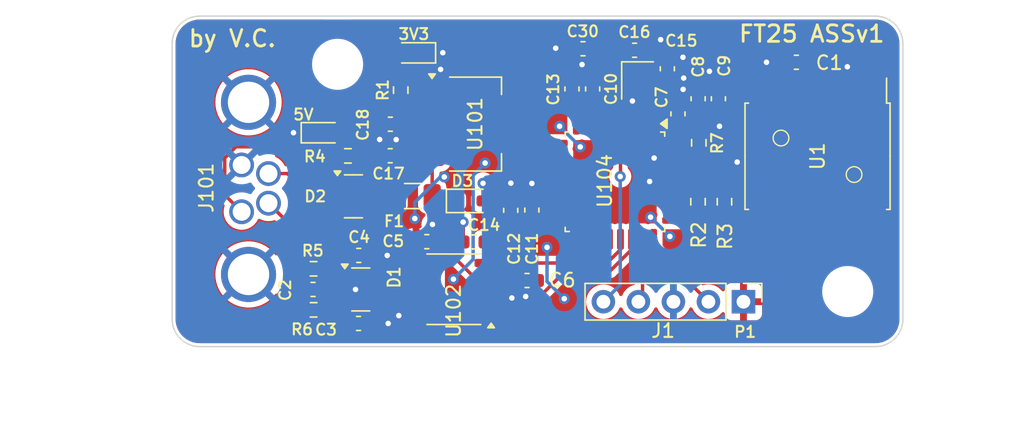
<source format=kicad_pcb>
(kicad_pcb
	(version 20240108)
	(generator "pcbnew")
	(generator_version "8.0")
	(general
		(thickness 1.6)
		(legacy_teardrops no)
	)
	(paper "A4")
	(layers
		(0 "F.Cu" signal)
		(31 "B.Cu" signal)
		(32 "B.Adhes" user "B.Adhesive")
		(33 "F.Adhes" user "F.Adhesive")
		(34 "B.Paste" user)
		(35 "F.Paste" user)
		(36 "B.SilkS" user "B.Silkscreen")
		(37 "F.SilkS" user "F.Silkscreen")
		(38 "B.Mask" user)
		(39 "F.Mask" user)
		(40 "Dwgs.User" user "User.Drawings")
		(41 "Cmts.User" user "User.Comments")
		(42 "Eco1.User" user "User.Eco1")
		(43 "Eco2.User" user "User.Eco2")
		(44 "Edge.Cuts" user)
		(45 "Margin" user)
		(46 "B.CrtYd" user "B.Courtyard")
		(47 "F.CrtYd" user "F.Courtyard")
		(48 "B.Fab" user)
		(49 "F.Fab" user)
		(50 "User.1" user)
		(51 "User.2" user)
		(52 "User.3" user)
		(53 "User.4" user)
		(54 "User.5" user)
		(55 "User.6" user)
		(56 "User.7" user)
		(57 "User.8" user)
		(58 "User.9" user)
	)
	(setup
		(stackup
			(layer "F.SilkS"
				(type "Top Silk Screen")
			)
			(layer "F.Paste"
				(type "Top Solder Paste")
			)
			(layer "F.Mask"
				(type "Top Solder Mask")
				(thickness 0.01)
			)
			(layer "F.Cu"
				(type "copper")
				(thickness 0.035)
			)
			(layer "dielectric 1"
				(type "core")
				(thickness 1.51)
				(material "FR4")
				(epsilon_r 4.5)
				(loss_tangent 0.02)
			)
			(layer "B.Cu"
				(type "copper")
				(thickness 0.035)
			)
			(layer "B.Mask"
				(type "Bottom Solder Mask")
				(thickness 0.01)
			)
			(layer "B.Paste"
				(type "Bottom Solder Paste")
			)
			(layer "B.SilkS"
				(type "Bottom Silk Screen")
			)
			(copper_finish "None")
			(dielectric_constraints no)
		)
		(pad_to_mask_clearance 0)
		(allow_soldermask_bridges_in_footprints no)
		(aux_axis_origin 100 80)
		(grid_origin 100 80)
		(pcbplotparams
			(layerselection 0x00010fc_ffffffff)
			(plot_on_all_layers_selection 0x0000000_00000000)
			(disableapertmacros no)
			(usegerberextensions yes)
			(usegerberattributes no)
			(usegerberadvancedattributes no)
			(creategerberjobfile no)
			(dashed_line_dash_ratio 12.000000)
			(dashed_line_gap_ratio 3.000000)
			(svgprecision 6)
			(plotframeref no)
			(viasonmask no)
			(mode 1)
			(useauxorigin yes)
			(hpglpennumber 1)
			(hpglpenspeed 20)
			(hpglpendiameter 15.000000)
			(pdf_front_fp_property_popups yes)
			(pdf_back_fp_property_popups yes)
			(dxfpolygonmode yes)
			(dxfimperialunits yes)
			(dxfusepcbnewfont yes)
			(psnegative no)
			(psa4output no)
			(plotreference yes)
			(plotvalue no)
			(plotfptext yes)
			(plotinvisibletext no)
			(sketchpadsonfab no)
			(subtractmaskfromsilk yes)
			(outputformat 1)
			(mirror no)
			(drillshape 0)
			(scaleselection 1)
			(outputdirectory "Gerber/")
		)
	)
	(net 0 "")
	(net 1 "+3V3")
	(net 2 "GND")
	(net 3 "Net-(C2-Pad2)")
	(net 4 "CAN_H")
	(net 5 "CAN_L")
	(net 6 "+5V")
	(net 7 "CAN_Rx")
	(net 8 "Net-(U104-PF0)")
	(net 9 "NRST")
	(net 10 "Net-(D2-K)")
	(net 11 "Net-(D2-A)")
	(net 12 "SWDIO")
	(net 13 "SWCLK")
	(net 14 "Net-(VO1-A)")
	(net 15 "Net-(U104-PF1)")
	(net 16 "I2C_SCL")
	(net 17 "I2C_SDA")
	(net 18 "unconnected-(U1-Pad9)")
	(net 19 "unconnected-(U1-Pad14)")
	(net 20 "unconnected-(U1-Pad2)")
	(net 21 "unconnected-(U1-Pad12)")
	(net 22 "unconnected-(U1-Pad8)")
	(net 23 "unconnected-(U1-Pad13)")
	(net 24 "unconnected-(U1-Pad6)")
	(net 25 "unconnected-(U1-Pad15)")
	(net 26 "unconnected-(U1-Pad16)")
	(net 27 "unconnected-(U1-Pad1)")
	(net 28 "unconnected-(U1-Pad7)")
	(net 29 "unconnected-(U1-Pad3)")
	(net 30 "CAN_Tx")
	(net 31 "unconnected-(U104-PA4-Pad10)")
	(net 32 "unconnected-(U104-PA2-Pad8)")
	(net 33 "unconnected-(U104-PA10-Pad20)")
	(net 34 "unconnected-(U104-PA7-Pad13)")
	(net 35 "Net-(U104-PB8)")
	(net 36 "unconnected-(U104-PA9-Pad19)")
	(net 37 "unconnected-(U104-PA6-Pad12)")
	(net 38 "unconnected-(U104-PA1-Pad7)")
	(net 39 "unconnected-(U104-PB0-Pad14)")
	(net 40 "unconnected-(U104-PA0-Pad6)")
	(net 41 "unconnected-(U104-PB5-Pad28)")
	(net 42 "unconnected-(U104-PA3-Pad9)")
	(net 43 "unconnected-(U104-PB4-Pad27)")
	(net 44 "unconnected-(U104-PA15-Pad25)")
	(net 45 "unconnected-(U104-PA5-Pad11)")
	(net 46 "unconnected-(U104-PB3-Pad26)")
	(net 47 "unconnected-(U104-PB1-Pad15)")
	(net 48 "unconnected-(U104-PA8-Pad18)")
	(net 49 "Net-(VO2-A)")
	(footprint "Crystal:Crystal_SMD_2016-4Pin_2.0x1.6mm" (layer "F.Cu") (at 133.755 60.67 -90))
	(footprint "ASS_parts:SOT-23-BAT54FILM" (layer "F.Cu") (at 113.15 69.0875))
	(footprint "Resistor_SMD:R_0603_1608Metric" (layer "F.Cu") (at 138.14 69.48 90))
	(footprint "Capacitor_SMD:C_0603_1608Metric" (layer "F.Cu") (at 136.6875 63.1 90))
	(footprint "Capacitor_SMD:C_0603_1608Metric" (layer "F.Cu") (at 121.895 72.4 180))
	(footprint "Capacitor_SMD:C_0603_1608Metric" (layer "F.Cu") (at 139.62 62 90))
	(footprint "Capacitor_SMD:C_0603_1608Metric" (layer "F.Cu") (at 124.5575 70.105 90))
	(footprint "Capacitor_SMD:C_0603_1608Metric" (layer "F.Cu") (at 115.815 66.14 180))
	(footprint "Resistor_SMD:R_0603_1608Metric" (layer "F.Cu") (at 116.58 61.375 90))
	(footprint "LED_SMD:LED_0603_1608Metric_Pad1.05x0.95mm_HandSolder" (layer "F.Cu") (at 111.02 64.47))
	(footprint "Capacitor_SMD:C_0603_1608Metric" (layer "F.Cu") (at 125.7425 75.2))
	(footprint "Resistor_SMD:R_0603_1608Metric" (layer "F.Cu") (at 140.06 69.48 90))
	(footprint "Capacitor_SMD:C_0603_1608Metric" (layer "F.Cu") (at 113.5175 78.319052 180))
	(footprint "Capacitor_SMD:C_0603_1608Metric" (layer "F.Cu") (at 115.825 63.85 180))
	(footprint "Fuse:Fuse_1206_3216Metric" (layer "F.Cu") (at 117.46 69.0675))
	(footprint "Capacitor_SMD:C_0603_1608Metric" (layer "F.Cu") (at 129 61.29 90))
	(footprint "Resistor_SMD:R_0603_1608Metric" (layer "F.Cu") (at 110.26 77.33 180))
	(footprint "MountingHole:MountingHole_3.2mm_M3" (layer "F.Cu") (at 112 59.5))
	(footprint "Capacitor_SMD:C_0603_1608Metric" (layer "F.Cu") (at 113.5375 73.379052))
	(footprint "Capacitor_SMD:C_0603_1608Metric" (layer "F.Cu") (at 129.8 58.37))
	(footprint "Capacitor_SMD:C_0603_1608Metric" (layer "F.Cu") (at 130.5 61.29 90))
	(footprint "Diode_SMD:D_SOD-323" (layer "F.Cu") (at 121.5 69.42))
	(footprint "FaSTTUBe_connectors:M8_718_4pin_horizontal" (layer "F.Cu") (at 105.04 68.51 -90))
	(footprint "Package_SO:SOIC-8_3.9x4.9mm_P1.27mm" (layer "F.Cu") (at 120.4325 75.835948 180))
	(footprint "Capacitor_SMD:C_0603_1608Metric" (layer "F.Cu") (at 133.54 58.48))
	(footprint "LED_SMD:LED_0603_1608Metric_Pad1.05x0.95mm_HandSolder" (layer "F.Cu") (at 117.45 58.67 180))
	(footprint "Resistor_SMD:R_0603_1608Metric" (layer "F.Cu") (at 110.2575 74.349052))
	(footprint "Capacitor_SMD:C_0603_1608Metric" (layer "F.Cu") (at 118.47 72.38))
	(footprint "Resistor_SMD:R_0603_1608Metric" (layer "F.Cu") (at 112.75 66.15 180))
	(footprint "ASS_parts:SOT-223_LDL1117S33R" (layer "F.Cu") (at 121.98 63.84))
	(footprint "ASS_parts:SM6000_SOIC-16" (layer "F.Cu") (at 146.81 66.18 -90))
	(footprint "Capacitor_SMD:C_0603_1608Metric" (layer "F.Cu") (at 135.915 59.825 -90))
	(footprint "Capacitor_SMD:C_0603_1608Metric" (layer "F.Cu") (at 145.275 59.3525 180))
	(footprint "Package_TO_SOT_SMD:SOT-23" (layer "F.Cu") (at 113.6825 75.85))
	(footprint "Resistor_SMD:R_0603_1608Metric" (layer "F.Cu") (at 138.2 65.2 90))
	(footprint "Capacitor_SMD:C_0603_1608Metric" (layer "F.Cu") (at 126.09 70.085 90))
	(footprint "Capacitor_SMD:C_0603_1608Metric" (layer "F.Cu") (at 138.15 62 90))
	(footprint "Connector_PinHeader_2.54mm:PinHeader_1x05_P2.54mm_Vertical" (layer "F.Cu") (at 141.4375 76.74 -90))
	(footprint "Capacitor_SMD:C_0603_1608Metric" (layer "F.Cu") (at 110.22 75.85 180))
	(footprint "Package_QFP:LQFP-32_7x7mm_P0.8mm"
		(layer "F.Cu")
		(uuid "fbada3c8-a998-4125-ad17-f513c3594ff8")
		(at 132.1175 68.03 -90)
		(descr "LQFP, 32 Pin (https://www.nxp.com/docs/en/package-information/SOT358-1.pdf), generated with kicad-footprint-generator ipc_gullwing_generator.py")
		(tags "LQFP QFP")
		(property "Reference" "U104"
			(at -0.06 0.7375 90)
			(layer "F.SilkS")
			(uuid "97c14cdf-a9e4-4673-bf47-56678f85ed03")
			(effects
				(font
					(size 1 1)
					(thickness 0.15)
				)
			)
		)
		(property "Value" "STM32F042K6T6"
			(at 0 5.88 90)
			(layer "F.Fab")
			(uuid "aeac8538-46d8-4f34-b18c-19a12280e05f")
			(effects
				(font
					(size 1 1)
					(thickness 0.15)
				)
			)
		)
		(property "Footprint" "Package_QFP:LQFP-32_7x7mm_P0.8mm"
			(at 0 0 90)
			(layer "F.Fab")
			(hide yes)
			(uuid "6aa1b52c-0807-43f6-93c5-10792dcec01e")
			(effects
				(font
					(size 1.27 1.27)
					(thickness 0.15)
				)
			)
		)
		(property "Datasheet" "http://www.st.com/st-web-ui/static/active/en/resource/technical/document/datasheet/DM00105814.pdf"
			(at 0 0 90)
			(layer "F.Fab")
			(hide yes)
			(uuid "f6506b5e-b6c5-4a5b-8ced-89b171d0400c")
			(effects
				(font
					(size 1.27 1.27)
					(thickness 0.15)
				)
			)
		)
		(property "Description" ""
			(at 0 0 90)
			(layer "F.Fab")
			(hide yes)
			(uuid "17fb11d7-70e2-402c-9d50-73cf1ccc381b")
			(effects
				(font
					(size 1.27 1.27)
					(thickness 0.15)
				)
			)
		)
		(property ki_fp_filters "LQFP*7x7mm*P0.8mm*")
		(path "/8cee74f1-4063-4176-8a00-9f2e4a72af2e")
		(sheetname "Root")
		(sheetfile "ASS.kicad_sch")
		(attr smd)
		(fp_line
			(start -3.61 3.61)
			(end -3.61 3.31)
			(stroke
				(width 0.12)
				(type solid)
			)
			(layer "F.SilkS")
			(uuid "0a6dc9fb-51bb-4640-b56a-eefce4ba015f")
		)
		(fp_line
			(start -3.31 3.61)
			(end -3.61 3.61)
			(stroke
				(width 0.12)
				(type solid)
			)
			(layer "F.SilkS")
			(uuid "10d5d06a-06f6-4bcf-946e-0bbbd4b70286")
		)
		(fp_line
			(start 3.31 3.61)
			(end 3.61 3.61)
			(stroke
				(width 0.12)
				(type solid)
			)
			(layer "F.SilkS")
			(uuid "97daa6f8-ab7d-43c1-8d2a-6d55e1fb7af9")
		)
		(fp_line
			(start 3.61 3.61)
			(end 3.61 3.31)
			(stroke
				(width 0.12)
				(type solid)
			)
			(layer "F.SilkS")
			(uuid "01f0aaf5-b4a1-402f-8a02-d2c762641dde")
		)
		(fp_line
			(start -3.61 -3.61)
			(end -3.61 -3.31)
			(stroke
				(width 0.12)
				(type solid)
			)
			(layer "F.SilkS")
			(uuid "f90e732c-30c0-44ea-9139-50391047ccae")
		)
		(fp_line
			(start -3.31 -3.61)
			(end -3.61 -3.61)
			(stroke
				(width 0.12)
				(type solid)
			)
			(layer "F.SilkS")
			(uuid "c7cf31a1-98e4-4303-bfe4-f5b05dd64dd7")
		)
		(fp_line
			(start 3.31 -3.61)
			(end 3.61 -3.61)
			(stroke
				(width 0.12)
				(type solid)
			)
			(layer "F.SilkS")
			(uuid "27673e7f-af8d-412d-bfef-a0381b881cec")
		)
		(fp_line
			(start 3.61 -3.61)
			(end 3.61 -3.31)
			(stroke
				(width 0.12)
				(type solid)
			)
			(layer "F.SilkS")
			(uuid "1bf853df-1615-4b04-9b3f-c1a89d019dd2")
		)
		(fp_poly
			(pts
				(xy -4.2125 -3.31) (xy -4.5525 -3.78) (xy -3.8725 -3.78) (xy -4.2125 -3.31)
			)
			(stroke
				(width 0.12)
				(type solid)
			)
			(fill solid)
			(layer "F.SilkS")
			(uuid "ed3d384d-7a61-49ca-aeee-c7c3e324c797")
		)
		(fp_line
			(start -3.3 5.18)
			(end -3.3 3.75)
			(stroke
				(width 0.05)
				(type solid)
			)
			(layer "F.CrtYd")
			(uuid "14d62f9e-6632-4e1e-befb-22d15de2bbe3")
		)
		(fp_line
			(start 0 5.18)
			(end -3.3 5.18)
			(stroke
				(width 0.05)
				(type solid)
			)
			(layer "F.CrtYd")
			(uuid "258a10b1-64a1-4e91-8c44-fe0dc31a283e")
		)
		(fp_line
			(start 0 5.18)
			(end 3.3 5.18)
			(stroke
				(width 0.05)
				(type solid)
			)
			(layer "F.CrtYd")
			(uuid "a26e22bb-74d2-41de-b63e-9c1c39ef2df8")
		)
		(fp_line
			(start 3.3 5.18)
			(end 3.3 3.75)
			(stroke
				(width 0.05)
				(type solid)
			)
			(layer "F.CrtYd")
			(uuid "426c5ace-9fd8-4835-aff5-ce6f93945a0b")
		)
		(fp_line
			(start -3.75 3.75)
			(end -3.75 3.3)
			(stroke
				(width 0.05)
				(type solid)
			)
			(layer "F.CrtYd")
			(uuid "af28ad24-fa22-4efc-8029-0fba6659ba86")
		)
		(fp_line
			(start -3.3 3.75)
			(end -3.75 3.75)
			(stroke
				(width 0.05)
				(type solid)
			)
			(layer "F.CrtYd")
			(uuid "b4adf2b6-415c-435c-b97c-bed5fa8d243e")
		)
		(fp_line
			(start 3.3 3.75)
			(end 3.75 3.75)
			(stroke
				(width 0.05)
				(type solid)
			)
			(layer "F.CrtYd")
			(uuid "3430469b-8c6d-4d85-a0eb-ab06009f98f1")
		)
		(fp_line
			(start 3.75 3.75)
			(end 3.75 3.3)
			(stroke
				(width 0.05)
				(type solid)
			)
			(layer "F.CrtYd")
			(uuid "3829b76f-5044-4792-a070-3a13b5e301fb")
		)
		(fp_line
			(start -5.18 3.3)
			(end -5.18 0)
			(stroke
				(width 0.05)
				(type solid)
			)
			(layer "F.CrtYd")
			(uuid "125dc762-b5ff-470e-ba1d-11b2f2bfcf7a")
		)
		(fp_line
			(start -3.75 3.3)
			(end -5.18 3.3)
			(stroke
				(width 0.05)
				(type solid)
			)
			(layer "F.CrtYd")
			(uuid "1c747d79-89a7-460f-a70f-af83c0a1fd2e")
		)
		(fp_line
			(start 3.75 3.3)
			(end 5.18 3.3)
			(stroke
				(width 0.05)
				(type solid)
			)
			(layer "F.CrtYd")
			(uuid "0f29e282-abe8-4f50-9512-72548009858b")
		)
		(fp_line
			(start 5.18 3.3)
			(end 5.18 0)
			(stroke
				(width 0.05)
				(type solid)
			)
			(layer "F.CrtYd")
			(uuid "0130fb95-3759-4447-843c-3224a03411f1")
		)
		(fp_line
			(start -5.18 -3.3)
			(end -5.18 0)
			(stroke
				(width 0.05)
				(type solid)
			)
			(layer "F.CrtYd")
			(uuid "9c706cf1-7622-49f2-ac11-2d2be4df19ff")
		)
		(fp_line
			(start -3.75 -3.3)
			(end -5.18 -3.3)
			(stroke
				(width 0.05)
				(type solid)
			)
			(layer "F.CrtYd")
			(uuid "81a476c4-e52e-48a6-822f-ca9c7de9514b")
		)
		(fp_line
			(start 3.75 -3.3)
			(end 5.18 -3.3)
			(stroke
				(width 0.05)
				(type solid)
			)
			(layer "F.CrtYd")
			(uuid "530513c8-459d-45fd-bac1-3463a69baf8a")
		)
		(fp_line
			(start 5.18 -3.3)
			(end 5.18 0)
			(stroke
				(width 0.05)
				(type solid)
			)
			(layer "F.CrtYd")
			(uuid "1f499c69-ddf5-4037-b501-c67827293dc6")
		)
		(fp_line
			(start -3.75 -3.75)
			(end -3.75 -3.3)
			(stroke
				(width 0.05)
				(type solid)
			)
			(layer "F.CrtYd")
			(uuid "92bfb2db-a037-4412-9baf-6509f5610b98")
		)
		(fp_line
			(start -3.3 -3.75)
			(end -3.75 -3.75)
			(stroke
				(width 0.05)
				(type solid)
			)
			(layer "F.CrtYd")
			(uuid "6354bb3a-ff7c-49c4-9a08-d7f047b4c4ae")
		)
		(fp_line
			(start 3.3 -3.75)
			(end 3.75 -3.75)
			(stroke
				(width 0.05)
				(type solid)
			)
			(layer "F.CrtYd")
			(uuid "94974a76-34a2-4112-8fa9-616f2454e2fd")
		)
		(fp_line
			(start 3.75 -3.75)
			(end 3.75 -3.3)
			(stroke
				(width 0.05)
				(type solid)
			)
			(layer "F.CrtYd")
			(uuid "65a69cc1-efff-48ff-85cb-ca958151096b")
		)
		(fp_line
			(start -3.3 -5.18)
			(end -3.3 -3.75)
			(stroke
				(width 0.05)
				(type solid)
			)
			(layer "F.CrtYd")
			(uuid "e83843e3-d24c-4544-acc9-64e361eb2809")
		)
		(fp_line
			(start 0 -5.18)
			(end -3.3 -5.18)
			(stroke
				(width 0.05)
				(type solid)
			)
			(layer "F.CrtYd")
			(uuid "2b3cd8c8-76bf-46e8-aae4-77d570359d17")
		)
		(fp_line
			(start 0 -5.18)
			(end 3.3 -5.18)
			(stroke
				(width 0.05)
				(type solid)
			)
			(layer "F.CrtYd")
			(uuid "e1238725-774c-4349-a77c-ee50b9185967")
		)
		(fp_line
			(start 3.3 -5.18)
			(end 3.3 -3.75)
			(stroke
				(width 0.05)
				(type solid)
			)
			(layer "F.CrtYd")
			(uuid "e71bcb48-8b46-4156-8347-8e1700b54bb3")
		)
		(fp_line
			(start -3.5 3.5)
			(end -3.5 -2.5)
			(stroke
				(width 0.1)
				(type solid)
			)
			(layer "F.Fab")
			(uuid "e8f113fe-851f-40be-8d84-841bb81a768c")
		)
		(fp_line
			(start 3.5 3.5)
			(end -3.5 3.5)
			(stroke
				(width 0.1)
				(type solid)
			)
			(layer "F.Fab")
			(uuid "fae9d6ff-912e-476b-9786-4076de00ba06")
		)
		(fp_line
			(start -3.5 -2.5)
			(end -2.5 -3.5)
			(stroke
				(width 0.1)
				(type solid)
			)
			(layer "F.Fab")
			(uuid "398e47d5-6e09-4dd1-94d6-4d0355681418")
		)
		(fp_line
			(start -2.5 -3.5)
			(end 3.5 -3.5)
			(stroke
				(width 0.1)
				(type solid)
			)
			(layer "F.Fab")
			(uuid "46c8f19c-b084-4002-8d71-cce83b9d95e8")
		)
		(fp_line
			(start 3.5 -3.5)
			(end 3.5 3.5)
			(stroke
				(width 0.1)
				(type solid)
			)
			(layer "F.Fab")
			(uuid "d08ee1d5-8128-4718-be88-1c9a4d82cebd")
		)
		(fp_text user "${REFERENCE}"
			(at 0 0 90)
			(layer "F.Fab")
			(uuid "f16d97ed-5670-4ecd-ad6d-29850135a5ed")
			(effects
				(font
					(size 1 1)
					(thickness 0.15)
				)
			)
		)
		(pad "1" smd roundrect
			(at -4.175 -2.8 270)
			(size 1.5 0.5)
			(layers "F.Cu" "F.Paste" "F.Mask")
			(roundrect_rratio 0.25)
			(net 1 "+3V3")
			(pinfunction "VDD")
			(pintype "power_in")
			(uuid "b4a94659-288b-44d8-8b88-84cbeca5a21d")
		)
		(pad "2" smd roundrect
			(at -4.175 -2 270)
			(size 1.5 0.5)
			(layers "F.Cu" "F.Paste" "F.Mask")
			(roundrect_rratio 0.25)
			(net 8 "Net-(U104-PF0)")
			(pinfunction "PF0")
			(pintype "input")
			(uuid "657551aa-9d90-47c3-8da8-3351cee89b76")
		)
		(pad "3" smd roundrect
			(at -4.175 -1.2 270)
			(size 1.5 0.5)
			(layers "F.Cu" "F.Paste" "F.Mask")
			(roundrect_rratio 0.25)
			(net 15 "Net-(U104-PF1)")
			(pinfunction "PF1")
			(pintype "input")
			(uuid "8c4a4b59-ec5a-4555-8eec-c87bb599683a")
		)
		(pad "4" smd roundrect
			(at -4.175 -0.4 270)
			(size 1.5 0.5)
			(layers "F.Cu" "F.Paste" "F.Mask")
			(roundrect_rratio 0.25)
			(net 9 "NRST")
			(pinfunction "NRST")
			(pintype "input")
			(uuid "af9c9876-47a1-48da-a0c8-2f3fd8439538")
		)
		(pad "5" smd roundrect
			(at -4.175 0.4 270)
			(size 1.5 0.5)
			(layers "F.Cu" "F.Paste" "F.Mask")
			(roundrect_rratio 0.25)
			(net 1 "+3V3")
			(pinfunction "VDDA")
			(pintype "power_in")
			(uuid "795f4f60-da26-4c18-9f1d-52133df15e11")
		)
		(pad "6" smd roundrect
			(at -4.175 1.2 270)
			(size 1.5 0.5)
			(layers "F.Cu" "F.Paste" "F.Mask")
			(roundrect_rratio 0.25)
			(net 40 "unconnected-(U104-PA0-Pad6)")
			(pinfunction "PA0")
			(pintype "bidirectional+no_connect")
			(uuid "936a3888-c18b-43d0-92bd-d28515cbe0aa")
		)
		(pad "7" smd roundrect
			(at -4.175 2 270)
			(size 1.5 0.5)
			(layers "F.Cu" "F.Paste" "F.Mask")
			(roundrect_rratio 0.25)
			(net 38 "unconnected-(U104-PA1-Pad7)")
			(pinfunction "PA1")
			(pintype "bidirectional+no_connect")
			(uuid "6059904e-713c-4492-83d6-354da91b6819")
		)
		(pad "8" smd roundrect
			(at -4.175 2.8 270)
			(size 1.5 0.5)
			(layers "F.Cu" "F.Paste" "F.Mask")
			(roundrect_rratio 0.25)
			(net 32 "unconnected-(U104-PA2-Pad8)")
			(pinfunction "PA2")
			(pintype "bidirectional+no_connect")
			(uuid "1d48c6dd-f0a4-4f94-b530-dccec7087b73")
		)
		(pad "9" smd roundrect
			(at -2.8 4.175 270)
			(size 0.5 1.5)
			(layers "F.Cu" "F.Paste" "F.Mask")
			(roundrect_rratio 0.25)
			(net 42 "unconnected-(U104-PA3-Pad9)")
			(pinfunction "PA3")
			(pintype "bidirectional+no_connect")
			(uuid "b833f3de-8cb6-48d5-bf58-fa635933864d")
		)
		(pad "10" smd roundrect
			(at -2 4.175 270)
			(size 0.5 1.5)
			(layers "F.Cu" "F.Paste" "F.Mask")
			(roundrect_rratio 0.25)
			(net 31 "unconnected-(U104-PA4-Pad10)")
			(pinfunction "PA4")
			(pintype "bidirectional+no_connect")
			(uuid "18fbfa85-9680-404c-8ef3-f8553ae76460")
		)
		(pad "11" smd roundrect
			(at -1.2 4.175 270)
			(size 0.5 1.5)
			(layers "F.Cu" "F.Paste" "F.Mask")
			(roundrect_rratio 0.25)
			(net 45 "unconnected-(U104-PA5-Pad11)")
			(pinfunction "PA5")
			(pintype "bidirectional+no_connect")
			(uuid "d27ca29a-bfa9-4cfa-a8aa-10b1c6c6491f")
		)
		(pad "12" smd roundrect
			(at -0.4 4.175 270)
			(size 0.5 1.5)
			(layers "F.Cu" "F.Paste" "F.Mask")
			(roundrect_rratio 0.25)
			(net 37 "unconnected-(U104-PA6-Pad12)")
			(pinfunction "PA6")
			(pintype "bidirectional+no_connect")
			(uuid "3583fc9e-e2aa-4bcf-800f-e071ac462b6e")
		)
		(pad "13" smd roundrect
			(at 0.4 4.175 270)
			(size 0.5 1.5)
			(layers "F.Cu" "F.Paste" "F.Mask")
			(roundrect_rratio 0.25)
			(net 34 "unconnected-(U104-PA7-Pad13)")
			(pinfunction "PA7")
			(pintype "bidirectional+no_connect")
			(uuid "287d36cb-8b05-4116-a81d-651578a5dafd")
		)
		(pad "14" smd roundrect
			(at 1.2 4.175 270)
			(size 0.5 1.5)
			(layers "F.Cu" "F.Paste" "F.Mask")
			(roundrect_rratio 0.25)
			(net 39 "unconnected-(U104-PB0-Pad14)")
			(pinfunction "PB0")
			(pintype "bidirectional+no_connect")
			(uuid "642c6adf-e48e-47cf-8ed0-a5db7904b6cc")
		)
		(pad "15" smd roundrect
			(at 2 4.175 270)
			(size 0.5 1.5)
			(layers "F.Cu" "F.Paste" "F.Mask")
			(roundrect_rratio 0.25)
			(net 47 "unconnected-(U104-PB1-Pad15)")
			(pinfunction "PB1")
			(pintype "bidirectional+no_connect")
			(uuid "f68155ac-cd93-40d7-97a7-d59a8dafffa7")
		)
		(pad "16" smd roundrect
			(at 2.8 4.175 270)
			(size 0.5 1.5)
			(layers "F.Cu" "F.Paste" "F.Mask")
			(roundrect_rratio 0.25)
			(net 2 "GND")
			(pinfunction "VSS")
			(pintype "power_in")
			(uuid "41b5ccf0-4c59-4152-abb7-befd33e8c051")
		)
		(pad "17" smd roundrect
			(at 4.175 2.8 270)
			(size 1.5 0.5)
			(layers "F.Cu" "F.Paste" "F.Mask")
			(roundrect_rratio 0.25)
			(net 1 "+3V3")
			(pinfunction "VDDIO2")
			(pintype "power_in")
			(uuid "cadd5c3b-4220-4cda-8624-7ccc5e52a6aa")
		)
		(pad "18" smd roundrect
			(at 4.175 2 270)
			(size 1.5 0.5)
			(layers "F.Cu" "F.Paste" "F.Mask")
			(roundrect_rratio 0.25)
			(net 48 "unconnected-(U104-PA8-Pad18)")
			(pinfunction "PA8")
			(pintype "bidirectional+no_connect")
			(uuid "e08227cb-dd42-41cb-be95-5f00223b9f4d")
		)
		(pad "19" smd roundrect
			(at 4.175 1.2 270)
			(size 1.5 0.5)
			(layers "F.Cu" "F.Paste" "F.Mask")
			(roun
... [192686 chars truncated]
</source>
